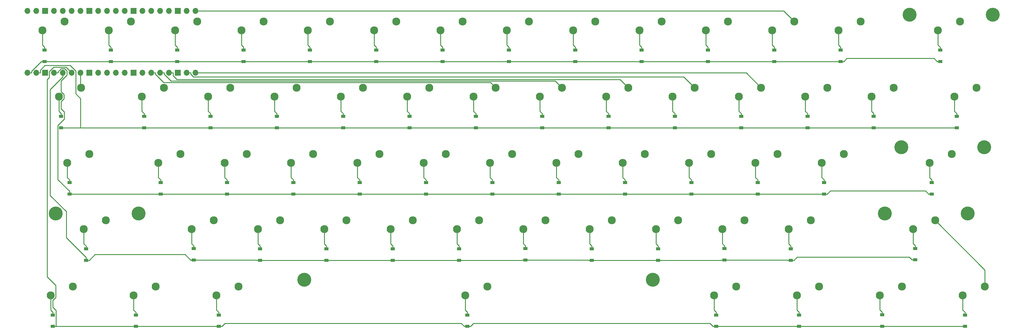
<source format=gbr>
%TF.GenerationSoftware,KiCad,Pcbnew,6.0.6-3a73a75311~116~ubuntu21.10.1*%
%TF.CreationDate,2022-10-26T18:33:10+02:00*%
%TF.ProjectId,Keyboard,4b657962-6f61-4726-942e-6b696361645f,rev?*%
%TF.SameCoordinates,Original*%
%TF.FileFunction,Copper,L2,Bot*%
%TF.FilePolarity,Positive*%
%FSLAX46Y46*%
G04 Gerber Fmt 4.6, Leading zero omitted, Abs format (unit mm)*
G04 Created by KiCad (PCBNEW 6.0.6-3a73a75311~116~ubuntu21.10.1) date 2022-10-26 18:33:10*
%MOMM*%
%LPD*%
G01*
G04 APERTURE LIST*
%TA.AperFunction,ComponentPad*%
%ADD10C,2.300000*%
%TD*%
%TA.AperFunction,ComponentPad*%
%ADD11O,1.700000X1.700000*%
%TD*%
%TA.AperFunction,ComponentPad*%
%ADD12R,1.700000X1.700000*%
%TD*%
%TA.AperFunction,ComponentPad*%
%ADD13C,4.000000*%
%TD*%
%TA.AperFunction,SMDPad,CuDef*%
%ADD14R,1.200000X0.900000*%
%TD*%
%TA.AperFunction,Conductor*%
%ADD15C,0.250000*%
%TD*%
G04 APERTURE END LIST*
D10*
%TO.P,SW9,1,1*%
%TO.N,Net-(D9-Pad2)*%
X232564900Y-62863300D03*
%TO.P,SW9,2,2*%
%TO.N,Col9*%
X238914900Y-60323300D03*
%TD*%
%TO.P,SW33,1,1*%
%TO.N,Net-(D33-Pad2)*%
X170646500Y-100959000D03*
%TO.P,SW33,2,2*%
%TO.N,Col5*%
X176996500Y-98419000D03*
%TD*%
%TO.P,SW4,1,1*%
%TO.N,Net-(D4-Pad2)*%
X137314900Y-62863300D03*
%TO.P,SW4,2,2*%
%TO.N,Col4*%
X143664900Y-60323300D03*
%TD*%
%TO.P,SW30,1,1*%
%TO.N,Net-(D30-Pad2)*%
X113498700Y-100959300D03*
%TO.P,SW30,2,2*%
%TO.N,Col2*%
X119848700Y-98419300D03*
%TD*%
%TO.P,SW42,1,1*%
%TO.N,Net-(D42-Pad2)*%
X92069000Y-120007800D03*
%TO.P,SW42,2,2*%
%TO.N,Col1*%
X98419000Y-117467800D03*
%TD*%
%TO.P,SW25,1,1*%
%TO.N,Net-(D25-Pad2)*%
X280185500Y-81910200D03*
%TO.P,SW25,2,2*%
%TO.N,Col11*%
X286535500Y-79370200D03*
%TD*%
%TO.P,SW28,1,1*%
%TO.N,Net-(D28-Pad2)*%
X342084500Y-81910500D03*
%TO.P,SW28,2,2*%
%TO.N,Col14*%
X348434500Y-79370500D03*
%TD*%
%TO.P,SW49,1,1*%
%TO.N,Net-(D49-Pad2)*%
X237313500Y-120008100D03*
%TO.P,SW49,2,2*%
%TO.N,Col8*%
X243663500Y-117468100D03*
%TD*%
%TO.P,SW12,1,1*%
%TO.N,Net-(D12-Pad2)*%
X289714900Y-62863300D03*
%TO.P,SW12,2,2*%
%TO.N,Col12*%
X296064900Y-60323300D03*
%TD*%
%TO.P,SW20,1,1*%
%TO.N,Net-(D20-Pad2)*%
X184935500Y-81910200D03*
%TO.P,SW20,2,2*%
%TO.N,Col6*%
X191285500Y-79370200D03*
%TD*%
%TO.P,SW11,1,1*%
%TO.N,Net-(D11-Pad2)*%
X270664900Y-62863300D03*
%TO.P,SW11,2,2*%
%TO.N,Col11*%
X277014900Y-60323300D03*
%TD*%
%TO.P,SW40,1,1*%
%TO.N,Net-(D40-Pad2)*%
X303996500Y-100959000D03*
%TO.P,SW40,2,2*%
%TO.N,Col12*%
X310346500Y-98419000D03*
%TD*%
D11*
%TO.P,U1,40,VBUS*%
%TO.N,unconnected-(U1-Pad40)*%
X75851000Y-57305400D03*
%TO.P,U1,39,VSYS*%
%TO.N,unconnected-(U1-Pad39)*%
X78391000Y-57305400D03*
D12*
%TO.P,U1,38,GND*%
%TO.N,unconnected-(U1-Pad38)*%
X80931000Y-57305400D03*
D11*
%TO.P,U1,37,3V3_EN*%
%TO.N,unconnected-(U1-Pad37)*%
X83471000Y-57305400D03*
%TO.P,U1,36,3V3*%
%TO.N,unconnected-(U1-Pad36)*%
X86011000Y-57305400D03*
%TO.P,U1,35,ADC_VREF*%
%TO.N,unconnected-(U1-Pad35)*%
X88551000Y-57305400D03*
%TO.P,U1,34,GPIO28_ADC2*%
%TO.N,unconnected-(U1-Pad34)*%
X91091000Y-57305400D03*
D12*
%TO.P,U1,33,AGND*%
%TO.N,unconnected-(U1-Pad33)*%
X93631000Y-57305400D03*
D11*
%TO.P,U1,32,GPIO27_ADC1*%
%TO.N,unconnected-(U1-Pad32)*%
X96171000Y-57305400D03*
%TO.P,U1,31,GPIO26_ADC0*%
%TO.N,unconnected-(U1-Pad31)*%
X98711000Y-57305400D03*
%TO.P,U1,30,RUN*%
%TO.N,unconnected-(U1-Pad30)*%
X101251000Y-57305400D03*
%TO.P,U1,29,GPIO22*%
%TO.N,unconnected-(U1-Pad29)*%
X103791000Y-57305400D03*
D12*
%TO.P,U1,28,GND*%
%TO.N,unconnected-(U1-Pad28)*%
X106331000Y-57305400D03*
D11*
%TO.P,U1,27,GPIO21*%
%TO.N,unconnected-(U1-Pad27)*%
X108871000Y-57305400D03*
%TO.P,U1,26,GPIO20*%
%TO.N,unconnected-(U1-Pad26)*%
X111411000Y-57305400D03*
%TO.P,U1,25,GPIO19*%
%TO.N,Col15*%
X113951000Y-57305400D03*
%TO.P,U1,24,GPIO18*%
%TO.N,Col14*%
X116491000Y-57305400D03*
D12*
%TO.P,U1,23,GND*%
%TO.N,unconnected-(U1-Pad23)*%
X119031000Y-57305400D03*
D11*
%TO.P,U1,22,GPIO17*%
%TO.N,Col13*%
X121571000Y-57305400D03*
%TO.P,U1,21,GPIO16*%
%TO.N,Col12*%
X124111000Y-57305400D03*
%TO.P,U1,20,GPIO15*%
%TO.N,Col11*%
X124111000Y-75085400D03*
%TO.P,U1,19,GPIO14*%
%TO.N,Col10*%
X121571000Y-75085400D03*
D12*
%TO.P,U1,18,GND*%
%TO.N,unconnected-(U1-Pad18)*%
X119031000Y-75085400D03*
D11*
%TO.P,U1,17,GPIO13*%
%TO.N,Col9*%
X116491000Y-75085400D03*
%TO.P,U1,16,GPIO12*%
%TO.N,Col8*%
X113951000Y-75085400D03*
%TO.P,U1,15,GPIO11*%
%TO.N,Col7*%
X111411000Y-75085400D03*
%TO.P,U1,14,GPIO10*%
%TO.N,Col6*%
X108871000Y-75085400D03*
D12*
%TO.P,U1,13,GND*%
%TO.N,unconnected-(U1-Pad13)*%
X106331000Y-75085400D03*
D11*
%TO.P,U1,12,GPIO9*%
%TO.N,Col5*%
X103791000Y-75085400D03*
%TO.P,U1,11,GPIO8*%
%TO.N,Col4*%
X101251000Y-75085400D03*
%TO.P,U1,10,GPIO7*%
%TO.N,Col3*%
X98711000Y-75085400D03*
%TO.P,U1,9,GPIO6*%
%TO.N,Col2*%
X96171000Y-75085400D03*
D12*
%TO.P,U1,8,GND*%
%TO.N,unconnected-(U1-Pad8)*%
X93631000Y-75085400D03*
D11*
%TO.P,U1,7,GPIO5*%
%TO.N,Col1*%
X91091000Y-75085400D03*
%TO.P,U1,6,GPIO4*%
%TO.N,Row5*%
X88551000Y-75085400D03*
%TO.P,U1,5,GPIO3*%
%TO.N,Row4*%
X86011000Y-75085400D03*
%TO.P,U1,4,GPIO2*%
%TO.N,Row3*%
X83471000Y-75085400D03*
D12*
%TO.P,U1,3,GND*%
%TO.N,unconnected-(U1-Pad3)*%
X80931000Y-75085400D03*
D11*
%TO.P,U1,2,GPIO1*%
%TO.N,Row2*%
X78391000Y-75085400D03*
%TO.P,U1,1,GPIO0*%
%TO.N,Row1*%
X75851000Y-75085400D03*
%TD*%
D10*
%TO.P,SW23,1,1*%
%TO.N,Net-(D23-Pad2)*%
X242085500Y-81910200D03*
%TO.P,SW23,2,2*%
%TO.N,Col9*%
X248435500Y-79370200D03*
%TD*%
%TO.P,SW31,1,1*%
%TO.N,Net-(D31-Pad2)*%
X132547500Y-100959300D03*
%TO.P,SW31,2,2*%
%TO.N,Col3*%
X138897500Y-98419300D03*
%TD*%
%TO.P,SW50,1,1*%
%TO.N,Net-(D50-Pad2)*%
X256363500Y-120008100D03*
%TO.P,SW50,2,2*%
%TO.N,Col9*%
X262713500Y-117468100D03*
%TD*%
%TO.P,SW51,1,1*%
%TO.N,Net-(D51-Pad2)*%
X275413500Y-120008100D03*
%TO.P,SW51,2,2*%
%TO.N,Col10*%
X281763500Y-117468100D03*
%TD*%
%TO.P,SW17,1,1*%
%TO.N,Net-(D17-Pad2)*%
X127785500Y-81910200D03*
%TO.P,SW17,2,2*%
%TO.N,Col3*%
X134135500Y-79370200D03*
%TD*%
%TO.P,SW38,1,1*%
%TO.N,Net-(D38-Pad2)*%
X265896500Y-100959000D03*
%TO.P,SW38,2,2*%
%TO.N,Col10*%
X272246500Y-98419000D03*
%TD*%
%TO.P,SW37,1,1*%
%TO.N,Net-(D37-Pad2)*%
X246846500Y-100959000D03*
%TO.P,SW37,2,2*%
%TO.N,Col9*%
X253196500Y-98419000D03*
%TD*%
%TO.P,SW55,1,1*%
%TO.N,Net-(D55-Pad2)*%
X106355400Y-139056900D03*
%TO.P,SW55,2,2*%
%TO.N,Col2*%
X112705400Y-136516900D03*
%TD*%
%TO.P,SW14,1,1*%
%TO.N,Net-(D14-Pad2)*%
X337339900Y-62863300D03*
%TO.P,SW14,2,2*%
%TO.N,Col14*%
X343689900Y-60323300D03*
%TD*%
%TO.P,SW13,1,1*%
%TO.N,Net-(D13-Pad2)*%
X308764900Y-62863300D03*
%TO.P,SW13,2,2*%
%TO.N,Col13*%
X315114900Y-60323300D03*
%TD*%
%TO.P,SW27,1,1*%
%TO.N,Net-(D27-Pad2)*%
X318273500Y-81910200D03*
%TO.P,SW27,2,2*%
%TO.N,Col13*%
X324623500Y-79370200D03*
%TD*%
%TO.P,SW16,1,1*%
%TO.N,Net-(D16-Pad2)*%
X108736500Y-81910500D03*
%TO.P,SW16,2,2*%
%TO.N,Col2*%
X115086500Y-79370500D03*
%TD*%
%TO.P,SW44,1,1*%
%TO.N,Net-(D44-Pad2)*%
X142072100Y-120007800D03*
%TO.P,SW44,2,2*%
%TO.N,Col3*%
X148422100Y-117467800D03*
%TD*%
%TO.P,SW43,1,1*%
%TO.N,Net-(D43-Pad2)*%
X123023100Y-120008100D03*
%TO.P,SW43,2,2*%
%TO.N,Col2*%
X129373100Y-117468100D03*
%TD*%
%TO.P,SW32,1,1*%
%TO.N,Net-(D32-Pad2)*%
X151596500Y-100959000D03*
%TO.P,SW32,2,2*%
%TO.N,Col4*%
X157946500Y-98419000D03*
%TD*%
%TO.P,SW24,1,1*%
%TO.N,Net-(D24-Pad2)*%
X261135500Y-81910200D03*
%TO.P,SW24,2,2*%
%TO.N,Col10*%
X267485500Y-79370200D03*
%TD*%
%TO.P,SW46,1,1*%
%TO.N,Net-(D46-Pad2)*%
X180163500Y-120008100D03*
%TO.P,SW46,2,2*%
%TO.N,Col5*%
X186513500Y-117468100D03*
%TD*%
%TO.P,SW52,1,1*%
%TO.N,Net-(D52-Pad2)*%
X294462300Y-120008100D03*
%TO.P,SW52,2,2*%
%TO.N,Col11*%
X300812300Y-117468100D03*
%TD*%
%TO.P,SW39,1,1*%
%TO.N,Net-(D39-Pad2)*%
X284946500Y-100959000D03*
%TO.P,SW39,2,2*%
%TO.N,Col11*%
X291296500Y-98419000D03*
%TD*%
%TO.P,SW15,1,1*%
%TO.N,Net-(D15-Pad2)*%
X84925500Y-81910500D03*
%TO.P,SW15,2,2*%
%TO.N,Col1*%
X91275500Y-79370500D03*
%TD*%
%TO.P,SW21,1,1*%
%TO.N,Net-(D21-Pad2)*%
X203985500Y-81910200D03*
%TO.P,SW21,2,2*%
%TO.N,Col7*%
X210335500Y-79370200D03*
%TD*%
%TO.P,SW8,1,1*%
%TO.N,Net-(D8-Pad2)*%
X213514900Y-62863300D03*
%TO.P,SW8,2,2*%
%TO.N,Col8*%
X219864900Y-60323300D03*
%TD*%
%TO.P,SW3,1,1*%
%TO.N,Net-(D3-Pad2)*%
X118264900Y-62863300D03*
%TO.P,SW3,2,2*%
%TO.N,Col3*%
X124614900Y-60323300D03*
%TD*%
%TO.P,SW29,1,1*%
%TO.N,Net-(D29-Pad2)*%
X87305100Y-100959300D03*
%TO.P,SW29,2,2*%
%TO.N,Col1*%
X93655100Y-98419300D03*
%TD*%
%TO.P,SW58,1,1*%
%TO.N,Net-(D58-Pad2)*%
X273032400Y-139056900D03*
%TO.P,SW58,2,2*%
%TO.N,Col9*%
X279382400Y-136516900D03*
%TD*%
%TO.P,SW53,1,1*%
%TO.N,Net-(D53-Pad2)*%
X330178800Y-120008100D03*
%TO.P,SW53,2,2*%
%TO.N,Col12*%
X336528800Y-117468100D03*
%TD*%
D13*
%TO.P,STAB4,*%
%TO.N,*%
X345895050Y-115563100D03*
X322082550Y-115563100D03*
%TD*%
D10*
%TO.P,SW61,1,1*%
%TO.N,Net-(D61-Pad2)*%
X344465400Y-139056900D03*
%TO.P,SW61,2,2*%
%TO.N,Col12*%
X350815400Y-136516900D03*
%TD*%
%TO.P,SW60,1,1*%
%TO.N,Net-(D60-Pad2)*%
X320654400Y-139056900D03*
%TO.P,SW60,2,2*%
%TO.N,Col11*%
X327004400Y-136516900D03*
%TD*%
%TO.P,SW18,1,1*%
%TO.N,Net-(D18-Pad2)*%
X146835500Y-81910200D03*
%TO.P,SW18,2,2*%
%TO.N,Col4*%
X153185500Y-79370200D03*
%TD*%
%TO.P,SW26,1,1*%
%TO.N,Net-(D26-Pad2)*%
X299235500Y-81910200D03*
%TO.P,SW26,2,2*%
%TO.N,Col12*%
X305585500Y-79370200D03*
%TD*%
D13*
%TO.P,STAB1,*%
%TO.N,*%
X353038350Y-58416700D03*
X329225850Y-58416700D03*
%TD*%
D10*
%TO.P,SW54,1,1*%
%TO.N,Net-(D54-Pad2)*%
X82544600Y-139056600D03*
%TO.P,SW54,2,2*%
%TO.N,Col1*%
X88894600Y-136516600D03*
%TD*%
%TO.P,SW2,1,1*%
%TO.N,Net-(D2-Pad2)*%
X99214900Y-62863300D03*
%TO.P,SW2,2,2*%
%TO.N,Col2*%
X105564900Y-60323300D03*
%TD*%
%TO.P,SW36,1,1*%
%TO.N,Net-(D36-Pad2)*%
X227796500Y-100959000D03*
%TO.P,SW36,2,2*%
%TO.N,Col8*%
X234146500Y-98419000D03*
%TD*%
%TO.P,SW5,1,1*%
%TO.N,Net-(D5-Pad2)*%
X156364900Y-62863300D03*
%TO.P,SW5,2,2*%
%TO.N,Col5*%
X162714900Y-60323300D03*
%TD*%
%TO.P,SW57,1,1*%
%TO.N,Net-(D57-Pad2)*%
X201599400Y-139056900D03*
%TO.P,SW57,2,2*%
%TO.N,Col4*%
X207949400Y-136516900D03*
%TD*%
%TO.P,SW35,1,1*%
%TO.N,Net-(D35-Pad2)*%
X208746500Y-100959000D03*
%TO.P,SW35,2,2*%
%TO.N,Col7*%
X215096500Y-98419000D03*
%TD*%
%TO.P,SW19,1,1*%
%TO.N,Net-(D19-Pad2)*%
X165885500Y-81910200D03*
%TO.P,SW19,2,2*%
%TO.N,Col5*%
X172235500Y-79370200D03*
%TD*%
%TO.P,SW59,1,1*%
%TO.N,Net-(D59-Pad2)*%
X296842100Y-139056600D03*
%TO.P,SW59,2,2*%
%TO.N,Col10*%
X303192100Y-136516600D03*
%TD*%
%TO.P,SW48,1,1*%
%TO.N,Net-(D48-Pad2)*%
X218263500Y-120008100D03*
%TO.P,SW48,2,2*%
%TO.N,Col7*%
X224613500Y-117468100D03*
%TD*%
%TO.P,SW10,1,1*%
%TO.N,Net-(D10-Pad2)*%
X251614900Y-62863300D03*
%TO.P,SW10,2,2*%
%TO.N,Col10*%
X257964900Y-60323300D03*
%TD*%
%TO.P,SW22,1,1*%
%TO.N,Net-(D22-Pad2)*%
X223035500Y-81910200D03*
%TO.P,SW22,2,2*%
%TO.N,Col8*%
X229385500Y-79370200D03*
%TD*%
D13*
%TO.P,STAB3,*%
%TO.N,*%
X107785050Y-115563100D03*
X83972550Y-115563100D03*
%TD*%
D10*
%TO.P,SW34,1,1*%
%TO.N,Net-(D34-Pad2)*%
X189696500Y-100959000D03*
%TO.P,SW34,2,2*%
%TO.N,Col6*%
X196046500Y-98419000D03*
%TD*%
D13*
%TO.P,STAB2,*%
%TO.N,*%
X350657250Y-96514300D03*
X326844750Y-96514300D03*
%TD*%
D10*
%TO.P,SW45,1,1*%
%TO.N,Net-(D45-Pad2)*%
X161120700Y-120008100D03*
%TO.P,SW45,2,2*%
%TO.N,Col4*%
X167470700Y-117468100D03*
%TD*%
%TO.P,SW7,1,1*%
%TO.N,Net-(D7-Pad2)*%
X194464900Y-62863300D03*
%TO.P,SW7,2,2*%
%TO.N,Col7*%
X200814900Y-60323300D03*
%TD*%
D13*
%TO.P,REF\u002A\u002A,*%
%TO.N,*%
X255415650Y-134611900D03*
X155403150Y-134611900D03*
%TD*%
D10*
%TO.P,SW41,1,1*%
%TO.N,Net-(D41-Pad2)*%
X334941000Y-100959300D03*
%TO.P,SW41,2,2*%
%TO.N,Col13*%
X341291000Y-98419300D03*
%TD*%
%TO.P,SW1,1,1*%
%TO.N,Net-(D1-Pad2)*%
X80164900Y-62863300D03*
%TO.P,SW1,2,2*%
%TO.N,Col1*%
X86514900Y-60323300D03*
%TD*%
%TO.P,SW6,1,1*%
%TO.N,Net-(D6-Pad2)*%
X175414900Y-62863300D03*
%TO.P,SW6,2,2*%
%TO.N,Col6*%
X181764900Y-60323300D03*
%TD*%
%TO.P,SW47,1,1*%
%TO.N,Net-(D47-Pad2)*%
X199213500Y-120008100D03*
%TO.P,SW47,2,2*%
%TO.N,Col6*%
X205563500Y-117468100D03*
%TD*%
%TO.P,SW56,1,1*%
%TO.N,Net-(D56-Pad2)*%
X130166400Y-139056900D03*
%TO.P,SW56,2,2*%
%TO.N,Col3*%
X136516400Y-136516900D03*
%TD*%
D14*
%TO.P,D61,1,K*%
%TO.N,Row5*%
X345100400Y-148009400D03*
%TO.P,D61,2,A*%
%TO.N,Net-(D61-Pad2)*%
X345100400Y-144709400D03*
%TD*%
%TO.P,D19,1,K*%
%TO.N,Row2*%
X166520500Y-90862700D03*
%TO.P,D19,2,A*%
%TO.N,Net-(D19-Pad2)*%
X166520500Y-87562700D03*
%TD*%
%TO.P,D5,1,K*%
%TO.N,Row1*%
X156999900Y-71815800D03*
%TO.P,D5,2,A*%
%TO.N,Net-(D5-Pad2)*%
X156999900Y-68515800D03*
%TD*%
%TO.P,D16,1,K*%
%TO.N,Row2*%
X109371500Y-90863000D03*
%TO.P,D16,2,A*%
%TO.N,Net-(D16-Pad2)*%
X109371500Y-87563000D03*
%TD*%
%TO.P,D52,1,K*%
%TO.N,Row4*%
X295097300Y-128960600D03*
%TO.P,D52,2,A*%
%TO.N,Net-(D52-Pad2)*%
X295097300Y-125660600D03*
%TD*%
%TO.P,D8,1,K*%
%TO.N,Row1*%
X214149900Y-71815800D03*
%TO.P,D8,2,A*%
%TO.N,Net-(D8-Pad2)*%
X214149900Y-68515800D03*
%TD*%
%TO.P,D44,1,K*%
%TO.N,Row4*%
X142707100Y-128960300D03*
%TO.P,D44,2,A*%
%TO.N,Net-(D44-Pad2)*%
X142707100Y-125660300D03*
%TD*%
%TO.P,D22,1,K*%
%TO.N,Row2*%
X223670500Y-90862700D03*
%TO.P,D22,2,A*%
%TO.N,Net-(D22-Pad2)*%
X223670500Y-87562700D03*
%TD*%
%TO.P,D42,1,K*%
%TO.N,Row4*%
X92704000Y-128960300D03*
%TO.P,D42,2,A*%
%TO.N,Net-(D42-Pad2)*%
X92704000Y-125660300D03*
%TD*%
%TO.P,D25,1,K*%
%TO.N,Row2*%
X280820500Y-90862700D03*
%TO.P,D25,2,A*%
%TO.N,Net-(D25-Pad2)*%
X280820500Y-87562700D03*
%TD*%
%TO.P,D24,1,K*%
%TO.N,Row2*%
X261770500Y-90862700D03*
%TO.P,D24,2,A*%
%TO.N,Net-(D24-Pad2)*%
X261770500Y-87562700D03*
%TD*%
%TO.P,D50,1,K*%
%TO.N,Row4*%
X256998500Y-128960600D03*
%TO.P,D50,2,A*%
%TO.N,Net-(D50-Pad2)*%
X256998500Y-125660600D03*
%TD*%
%TO.P,D45,1,K*%
%TO.N,Row4*%
X161755700Y-128960600D03*
%TO.P,D45,2,A*%
%TO.N,Net-(D45-Pad2)*%
X161755700Y-125660600D03*
%TD*%
%TO.P,D34,1,K*%
%TO.N,Row3*%
X190331500Y-109911500D03*
%TO.P,D34,2,A*%
%TO.N,Net-(D34-Pad2)*%
X190331500Y-106611500D03*
%TD*%
%TO.P,D41,1,K*%
%TO.N,Row3*%
X335576200Y-109911500D03*
%TO.P,D41,2,A*%
%TO.N,Net-(D41-Pad2)*%
X335576200Y-106611500D03*
%TD*%
%TO.P,D18,1,K*%
%TO.N,Row2*%
X147470500Y-90862700D03*
%TO.P,D18,2,A*%
%TO.N,Net-(D18-Pad2)*%
X147470500Y-87562700D03*
%TD*%
%TO.P,D2,1,K*%
%TO.N,Row1*%
X99849900Y-71815800D03*
%TO.P,D2,2,A*%
%TO.N,Net-(D2-Pad2)*%
X99849900Y-68515800D03*
%TD*%
%TO.P,D3,1,K*%
%TO.N,Row1*%
X118899900Y-71815800D03*
%TO.P,D3,2,A*%
%TO.N,Net-(D3-Pad2)*%
X118899900Y-68515800D03*
%TD*%
%TO.P,D55,1,K*%
%TO.N,Row5*%
X106990400Y-148009400D03*
%TO.P,D55,2,A*%
%TO.N,Net-(D55-Pad2)*%
X106990400Y-144709400D03*
%TD*%
%TO.P,D11,1,K*%
%TO.N,Row1*%
X271299900Y-71815800D03*
%TO.P,D11,2,A*%
%TO.N,Net-(D11-Pad2)*%
X271299900Y-68515800D03*
%TD*%
%TO.P,D13,1,K*%
%TO.N,Row1*%
X309399900Y-71815800D03*
%TO.P,D13,2,A*%
%TO.N,Net-(D13-Pad2)*%
X309399900Y-68515800D03*
%TD*%
%TO.P,D15,1,K*%
%TO.N,Row2*%
X85560500Y-90863000D03*
%TO.P,D15,2,A*%
%TO.N,Net-(D15-Pad2)*%
X85560500Y-87563000D03*
%TD*%
%TO.P,D49,1,K*%
%TO.N,Row4*%
X237948500Y-128960600D03*
%TO.P,D49,2,A*%
%TO.N,Net-(D49-Pad2)*%
X237948500Y-125660600D03*
%TD*%
%TO.P,D31,1,K*%
%TO.N,Row3*%
X133182500Y-109911800D03*
%TO.P,D31,2,A*%
%TO.N,Net-(D31-Pad2)*%
X133182500Y-106611800D03*
%TD*%
%TO.P,D38,1,K*%
%TO.N,Row3*%
X266531500Y-109911500D03*
%TO.P,D38,2,A*%
%TO.N,Net-(D38-Pad2)*%
X266531500Y-106611500D03*
%TD*%
%TO.P,D26,1,K*%
%TO.N,Row2*%
X299870500Y-90862700D03*
%TO.P,D26,2,A*%
%TO.N,Net-(D26-Pad2)*%
X299870500Y-87562700D03*
%TD*%
%TO.P,D46,1,K*%
%TO.N,Row4*%
X180798500Y-128960600D03*
%TO.P,D46,2,A*%
%TO.N,Net-(D46-Pad2)*%
X180798500Y-125660600D03*
%TD*%
%TO.P,D35,1,K*%
%TO.N,Row3*%
X209381500Y-109911500D03*
%TO.P,D35,2,A*%
%TO.N,Net-(D35-Pad2)*%
X209381500Y-106611500D03*
%TD*%
%TO.P,D17,1,K*%
%TO.N,Row2*%
X128420500Y-90862700D03*
%TO.P,D17,2,A*%
%TO.N,Net-(D17-Pad2)*%
X128420500Y-87562700D03*
%TD*%
%TO.P,D10,1,K*%
%TO.N,Row1*%
X252249900Y-71815800D03*
%TO.P,D10,2,A*%
%TO.N,Net-(D10-Pad2)*%
X252249900Y-68515800D03*
%TD*%
%TO.P,D20,1,K*%
%TO.N,Row2*%
X185570500Y-90862700D03*
%TO.P,D20,2,A*%
%TO.N,Net-(D20-Pad2)*%
X185570500Y-87562700D03*
%TD*%
%TO.P,D21,1,K*%
%TO.N,Row2*%
X204620500Y-90862700D03*
%TO.P,D21,2,A*%
%TO.N,Net-(D21-Pad2)*%
X204620500Y-87562700D03*
%TD*%
%TO.P,D1,1,K*%
%TO.N,Row1*%
X80799900Y-71815800D03*
%TO.P,D1,2,A*%
%TO.N,Net-(D1-Pad2)*%
X80799900Y-68515800D03*
%TD*%
%TO.P,D27,1,K*%
%TO.N,Row2*%
X318908500Y-90862700D03*
%TO.P,D27,2,A*%
%TO.N,Net-(D27-Pad2)*%
X318908500Y-87562700D03*
%TD*%
%TO.P,D48,1,K*%
%TO.N,Row4*%
X218898500Y-128898100D03*
%TO.P,D48,2,A*%
%TO.N,Net-(D48-Pad2)*%
X218898500Y-125598100D03*
%TD*%
%TO.P,D23,1,K*%
%TO.N,Row2*%
X242720500Y-90862700D03*
%TO.P,D23,2,A*%
%TO.N,Net-(D23-Pad2)*%
X242720500Y-87562700D03*
%TD*%
%TO.P,D56,1,K*%
%TO.N,Row5*%
X130801400Y-148009400D03*
%TO.P,D56,2,A*%
%TO.N,Net-(D56-Pad2)*%
X130801400Y-144709400D03*
%TD*%
%TO.P,D28,1,K*%
%TO.N,Row2*%
X342719500Y-90862700D03*
%TO.P,D28,2,A*%
%TO.N,Net-(D28-Pad2)*%
X342719500Y-87562700D03*
%TD*%
%TO.P,D6,1,K*%
%TO.N,Row1*%
X176049900Y-71815800D03*
%TO.P,D6,2,A*%
%TO.N,Net-(D6-Pad2)*%
X176049900Y-68515800D03*
%TD*%
%TO.P,D33,1,K*%
%TO.N,Row3*%
X171281500Y-109911500D03*
%TO.P,D33,2,A*%
%TO.N,Net-(D33-Pad2)*%
X171281500Y-106611500D03*
%TD*%
%TO.P,D40,1,K*%
%TO.N,Row3*%
X304631500Y-109911500D03*
%TO.P,D40,2,A*%
%TO.N,Net-(D40-Pad2)*%
X304631500Y-106611500D03*
%TD*%
%TO.P,D54,1,K*%
%TO.N,Row5*%
X83179600Y-148009100D03*
%TO.P,D54,2,A*%
%TO.N,Net-(D54-Pad2)*%
X83179600Y-144709100D03*
%TD*%
%TO.P,D39,1,K*%
%TO.N,Row3*%
X285581500Y-109911500D03*
%TO.P,D39,2,A*%
%TO.N,Net-(D39-Pad2)*%
X285581500Y-106611500D03*
%TD*%
%TO.P,D29,1,K*%
%TO.N,Row3*%
X87940100Y-109911800D03*
%TO.P,D29,2,A*%
%TO.N,Net-(D29-Pad2)*%
X87940100Y-106611800D03*
%TD*%
%TO.P,D60,1,K*%
%TO.N,Row5*%
X321289400Y-147946900D03*
%TO.P,D60,2,A*%
%TO.N,Net-(D60-Pad2)*%
X321289400Y-144646900D03*
%TD*%
%TO.P,D37,1,K*%
%TO.N,Row3*%
X247481500Y-109911500D03*
%TO.P,D37,2,A*%
%TO.N,Net-(D37-Pad2)*%
X247481500Y-106611500D03*
%TD*%
%TO.P,D4,1,K*%
%TO.N,Row1*%
X137949900Y-71815800D03*
%TO.P,D4,2,A*%
%TO.N,Net-(D4-Pad2)*%
X137949900Y-68515800D03*
%TD*%
%TO.P,D14,1,K*%
%TO.N,Row1*%
X337974900Y-71815800D03*
%TO.P,D14,2,A*%
%TO.N,Net-(D14-Pad2)*%
X337974900Y-68515800D03*
%TD*%
%TO.P,D47,1,K*%
%TO.N,Row4*%
X199848500Y-128960600D03*
%TO.P,D47,2,A*%
%TO.N,Net-(D47-Pad2)*%
X199848500Y-125660600D03*
%TD*%
%TO.P,D12,1,K*%
%TO.N,Row1*%
X290349900Y-71815800D03*
%TO.P,D12,2,A*%
%TO.N,Net-(D12-Pad2)*%
X290349900Y-68515800D03*
%TD*%
%TO.P,D57,1,K*%
%TO.N,Row5*%
X202234400Y-148009400D03*
%TO.P,D57,2,A*%
%TO.N,Net-(D57-Pad2)*%
X202234400Y-144709400D03*
%TD*%
%TO.P,D59,1,K*%
%TO.N,Row5*%
X297477100Y-148009100D03*
%TO.P,D59,2,A*%
%TO.N,Net-(D59-Pad2)*%
X297477100Y-144709100D03*
%TD*%
%TO.P,D30,1,K*%
%TO.N,Row3*%
X114133700Y-109911800D03*
%TO.P,D30,2,A*%
%TO.N,Net-(D30-Pad2)*%
X114133700Y-106611800D03*
%TD*%
%TO.P,D53,1,K*%
%TO.N,Row4*%
X330821400Y-128873800D03*
%TO.P,D53,2,A*%
%TO.N,Net-(D53-Pad2)*%
X330821400Y-125573800D03*
%TD*%
%TO.P,D9,1,K*%
%TO.N,Row1*%
X233199900Y-71815800D03*
%TO.P,D9,2,A*%
%TO.N,Net-(D9-Pad2)*%
X233199900Y-68515800D03*
%TD*%
%TO.P,D51,1,K*%
%TO.N,Row4*%
X276048500Y-128898100D03*
%TO.P,D51,2,A*%
%TO.N,Net-(D51-Pad2)*%
X276048500Y-125598100D03*
%TD*%
%TO.P,D58,1,K*%
%TO.N,Row5*%
X273667400Y-148009400D03*
%TO.P,D58,2,A*%
%TO.N,Net-(D58-Pad2)*%
X273667400Y-144709400D03*
%TD*%
%TO.P,D36,1,K*%
%TO.N,Row3*%
X228431500Y-109911500D03*
%TO.P,D36,2,A*%
%TO.N,Net-(D36-Pad2)*%
X228431500Y-106611500D03*
%TD*%
%TO.P,D7,1,K*%
%TO.N,Row1*%
X195099900Y-71815800D03*
%TO.P,D7,2,A*%
%TO.N,Net-(D7-Pad2)*%
X195099900Y-68515800D03*
%TD*%
%TO.P,D43,1,K*%
%TO.N,Row4*%
X123658100Y-128898100D03*
%TO.P,D43,2,A*%
%TO.N,Net-(D43-Pad2)*%
X123658100Y-125598100D03*
%TD*%
%TO.P,D32,1,K*%
%TO.N,Row3*%
X152231500Y-109911500D03*
%TO.P,D32,2,A*%
%TO.N,Net-(D32-Pad2)*%
X152231500Y-106611500D03*
%TD*%
D15*
%TO.N,Row5*%
X88551000Y-75085400D02*
X86925400Y-73459800D01*
X86925400Y-73459800D02*
X83369300Y-73459800D01*
X83369300Y-73459800D02*
X82106400Y-74722700D01*
X82106400Y-74722700D02*
X82106400Y-76465400D01*
X82106400Y-76465400D02*
X81584800Y-76987000D01*
X81584800Y-76987000D02*
X81584800Y-133771800D01*
X81584800Y-133771800D02*
X84019600Y-136206600D01*
X84019600Y-136206600D02*
X84019600Y-139667566D01*
X84019600Y-139667566D02*
X83179600Y-140507566D01*
X83179600Y-140507566D02*
X83179600Y-142503500D01*
X84105000Y-143428900D02*
X84105000Y-148009100D01*
X83179600Y-142503500D02*
X84105000Y-143428900D01*
%TO.N,Row3*%
X86400500Y-81299534D02*
X85560700Y-80459734D01*
X86540200Y-73910100D02*
X85520300Y-73910100D01*
X87226300Y-75770300D02*
X87226300Y-74596200D01*
X87940100Y-109136500D02*
X84599000Y-105795400D01*
X84646300Y-74784100D02*
X84646300Y-75085400D01*
X86400500Y-82521466D02*
X86400500Y-81299534D01*
X85560700Y-83361266D02*
X86400500Y-82521466D01*
X86498600Y-88349900D02*
X86498600Y-86295500D01*
X84599000Y-90249500D02*
X86498600Y-88349900D01*
X85560700Y-77435900D02*
X87226300Y-75770300D01*
X84599000Y-105795400D02*
X84599000Y-90249500D01*
X85560700Y-85357600D02*
X85560700Y-83361266D01*
X86498600Y-86295500D02*
X85560700Y-85357600D01*
X85560700Y-80459734D02*
X85560700Y-77435900D01*
X87940100Y-109911800D02*
X87940100Y-109136500D01*
X87226300Y-74596200D02*
X86540200Y-73910100D01*
X85520300Y-73910100D02*
X84646300Y-74784100D01*
X84646300Y-75085400D02*
X83471000Y-75085400D01*
%TO.N,Row4*%
X92704000Y-128960300D02*
X92704000Y-128185000D01*
X92704000Y-128185000D02*
X87014700Y-122495700D01*
X87014700Y-122495700D02*
X87014700Y-114964600D01*
X87014700Y-114964600D02*
X82385900Y-110335800D01*
X82385900Y-110335800D02*
X82385900Y-79885800D01*
X82385900Y-79885800D02*
X86011000Y-76260700D01*
X86011000Y-76260700D02*
X86011000Y-75085400D01*
%TO.N,Row1*%
X337974900Y-71815800D02*
X337049600Y-71815800D01*
X337049600Y-71815800D02*
X336191400Y-70957600D01*
X336191400Y-70957600D02*
X311183400Y-70957600D01*
X311183400Y-70957600D02*
X310325200Y-71815800D01*
X310325200Y-71815800D02*
X309399900Y-71815800D01*
%TO.N,Row3*%
X304631500Y-109911500D02*
X305556800Y-109911500D01*
X305556800Y-109911500D02*
X306413100Y-109055200D01*
X306413100Y-109055200D02*
X333794600Y-109055200D01*
X333794600Y-109055200D02*
X334650900Y-109911500D01*
X334650900Y-109911500D02*
X335576200Y-109911500D01*
%TO.N,Row4*%
X330821400Y-128873800D02*
X329896100Y-128873800D01*
X296022600Y-128960600D02*
X295097300Y-128960600D01*
X329896100Y-128873800D02*
X329126300Y-128104000D01*
X329126300Y-128104000D02*
X296879200Y-128104000D01*
X296879200Y-128104000D02*
X296022600Y-128960600D01*
X123658100Y-128898100D02*
X122732800Y-128898100D01*
X122732800Y-128898100D02*
X121145000Y-127310300D01*
X93629300Y-128960300D02*
X92704000Y-128960300D01*
X121145000Y-127310300D02*
X95279300Y-127310300D01*
X95279300Y-127310300D02*
X93629300Y-128960300D01*
%TO.N,Row5*%
X202234400Y-148009400D02*
X201309100Y-148009400D01*
X201309100Y-148009400D02*
X200452500Y-147152800D01*
X200452500Y-147152800D02*
X132583300Y-147152800D01*
X132583300Y-147152800D02*
X131726700Y-148009400D01*
X131726700Y-148009400D02*
X130801400Y-148009400D01*
X273667400Y-148009400D02*
X272742100Y-148009400D01*
X272742100Y-148009400D02*
X271885500Y-147152800D01*
X204016300Y-147152800D02*
X203159700Y-148009400D01*
X271885500Y-147152800D02*
X204016300Y-147152800D01*
X203159700Y-148009400D02*
X202234400Y-148009400D01*
%TO.N,Col12*%
X350815400Y-131754700D02*
X336528800Y-117468100D01*
X350815400Y-136516900D02*
X350815400Y-131754700D01*
X293047000Y-57305400D02*
X124111000Y-57305400D01*
X296064900Y-60323300D02*
X293047000Y-57305400D01*
%TO.N,Col11*%
X282250700Y-75085400D02*
X286535500Y-79370200D01*
X124111000Y-75085400D02*
X282250700Y-75085400D01*
%TO.N,Col10*%
X122746300Y-75452800D02*
X122746300Y-75085400D01*
X123554200Y-76260700D02*
X122746300Y-75452800D01*
X264376000Y-76260700D02*
X123554200Y-76260700D01*
X267485500Y-79370200D02*
X264376000Y-76260700D01*
X121571000Y-75085400D02*
X122746300Y-75085400D01*
%TO.N,Col9*%
X116491000Y-75085400D02*
X117666300Y-75085400D01*
X246059600Y-76994300D02*
X248435500Y-79370200D01*
X118767100Y-76994300D02*
X246059600Y-76994300D01*
X117666300Y-75893500D02*
X118767100Y-76994300D01*
X117666300Y-75085400D02*
X117666300Y-75893500D01*
%TO.N,Col8*%
X113951000Y-75085400D02*
X115126300Y-75085400D01*
X115126300Y-75452700D02*
X115126300Y-75085400D01*
X117118200Y-77444600D02*
X115126300Y-75452700D01*
X227459900Y-77444600D02*
X117118200Y-77444600D01*
X229385500Y-79370200D02*
X227459900Y-77444600D01*
%TO.N,Col7*%
X112586300Y-75452700D02*
X112586300Y-75085400D01*
X115028500Y-77894900D02*
X112586300Y-75452700D01*
X208860200Y-77894900D02*
X115028500Y-77894900D01*
X210335500Y-79370200D02*
X208860200Y-77894900D01*
X111411000Y-75085400D02*
X112586300Y-75085400D01*
%TO.N,Col1*%
X91091000Y-79186000D02*
X91091000Y-75085400D01*
X91275500Y-79370500D02*
X91091000Y-79186000D01*
%TO.N,Net-(D61-Pad2)*%
X344465400Y-143299100D02*
X344465400Y-139056900D01*
X345100400Y-143934100D02*
X344465400Y-143299100D01*
X345100400Y-144709400D02*
X345100400Y-143934100D01*
%TO.N,Net-(D60-Pad2)*%
X320654400Y-143236600D02*
X320654400Y-139056900D01*
X321289400Y-143871600D02*
X320654400Y-143236600D01*
X321289400Y-144646900D02*
X321289400Y-143871600D01*
%TO.N,Net-(D59-Pad2)*%
X296842100Y-143298800D02*
X296842100Y-139056600D01*
X297477100Y-143933800D02*
X296842100Y-143298800D01*
X297477100Y-144709100D02*
X297477100Y-143933800D01*
%TO.N,Row5*%
X344112600Y-147946900D02*
X344175100Y-148009400D01*
X321289400Y-147946900D02*
X344112600Y-147946900D01*
X345100400Y-148009400D02*
X344175100Y-148009400D01*
X320301900Y-148009100D02*
X320364100Y-147946900D01*
X297477100Y-148009100D02*
X320301900Y-148009100D01*
X321289400Y-147946900D02*
X320364100Y-147946900D01*
X297477100Y-148009100D02*
X296551800Y-148009100D01*
X130801400Y-148009400D02*
X106990400Y-148009400D01*
X83179600Y-148009100D02*
X83992300Y-148009100D01*
X83992300Y-148009100D02*
X84105000Y-148009100D01*
X106064800Y-148009100D02*
X106065100Y-148009400D01*
X84105000Y-148009100D02*
X106064800Y-148009100D01*
X106990400Y-148009400D02*
X106065100Y-148009400D01*
X296551500Y-148009400D02*
X273667400Y-148009400D01*
X296551800Y-148009100D02*
X296551500Y-148009400D01*
%TO.N,Net-(D58-Pad2)*%
X273032400Y-143299100D02*
X273032400Y-139056900D01*
X273667400Y-143934100D02*
X273032400Y-143299100D01*
X273667400Y-144709400D02*
X273667400Y-143934100D01*
%TO.N,Net-(D57-Pad2)*%
X201599400Y-143299100D02*
X201599400Y-139056900D01*
X202234400Y-143934100D02*
X201599400Y-143299100D01*
X202234400Y-144709400D02*
X202234400Y-143934100D01*
%TO.N,Net-(D56-Pad2)*%
X130166400Y-143299100D02*
X130166400Y-139056900D01*
X130801400Y-143934100D02*
X130166400Y-143299100D01*
X130801400Y-144709400D02*
X130801400Y-143934100D01*
%TO.N,Net-(D55-Pad2)*%
X106355400Y-143299100D02*
X106355400Y-139056900D01*
X106990400Y-143934100D02*
X106355400Y-143299100D01*
X106990400Y-144709400D02*
X106990400Y-143934100D01*
%TO.N,Net-(D54-Pad2)*%
X82544600Y-143298800D02*
X82544600Y-139056600D01*
X83179600Y-143933800D02*
X82544600Y-143298800D01*
X83179600Y-144709100D02*
X83179600Y-143933800D01*
%TO.N,Net-(D53-Pad2)*%
X330178800Y-124155900D02*
X330178800Y-120008100D01*
X330821400Y-124798500D02*
X330178800Y-124155900D01*
X330821400Y-125573800D02*
X330821400Y-124798500D01*
%TO.N,Net-(D52-Pad2)*%
X294462300Y-124250300D02*
X294462300Y-120008100D01*
X295097300Y-124885300D02*
X294462300Y-124250300D01*
X295097300Y-125660600D02*
X295097300Y-124885300D01*
%TO.N,Net-(D51-Pad2)*%
X275413500Y-124187800D02*
X275413500Y-120008100D01*
X276048500Y-124822800D02*
X275413500Y-124187800D01*
X276048500Y-125598100D02*
X276048500Y-124822800D01*
%TO.N,Net-(D50-Pad2)*%
X256363500Y-124250300D02*
X256363500Y-120008100D01*
X256998500Y-124885300D02*
X256363500Y-124250300D01*
X256998500Y-125660600D02*
X256998500Y-124885300D01*
%TO.N,Net-(D49-Pad2)*%
X237313500Y-124250300D02*
X237313500Y-120008100D01*
X237948500Y-124885300D02*
X237313500Y-124250300D01*
X237948500Y-125660600D02*
X237948500Y-124885300D01*
%TO.N,Net-(D48-Pad2)*%
X218263500Y-124187800D02*
X218263500Y-120008100D01*
X218898500Y-124822800D02*
X218263500Y-124187800D01*
X218898500Y-125598100D02*
X218898500Y-124822800D01*
%TO.N,Net-(D47-Pad2)*%
X199213500Y-124250300D02*
X199213500Y-120008100D01*
X199848500Y-124885300D02*
X199213500Y-124250300D01*
X199848500Y-125660600D02*
X199848500Y-124885300D01*
%TO.N,Net-(D46-Pad2)*%
X180163500Y-124250300D02*
X180163500Y-120008100D01*
X180798500Y-124885300D02*
X180163500Y-124250300D01*
X180798500Y-125660600D02*
X180798500Y-124885300D01*
%TO.N,Net-(D45-Pad2)*%
X161120700Y-124250300D02*
X161120700Y-120008100D01*
X161755700Y-124885300D02*
X161120700Y-124250300D01*
X161755700Y-125660600D02*
X161755700Y-124885300D01*
%TO.N,Row4*%
X142707100Y-128960300D02*
X141781800Y-128960300D01*
X294109500Y-128898100D02*
X294172000Y-128960600D01*
X276048500Y-128898100D02*
X294109500Y-128898100D01*
X295097300Y-128960600D02*
X294172000Y-128960600D01*
X236960700Y-128898100D02*
X237023200Y-128960600D01*
X218898500Y-128898100D02*
X236960700Y-128898100D01*
X237485900Y-128960600D02*
X237023200Y-128960600D01*
X237485900Y-128960600D02*
X237948500Y-128960600D01*
X180798500Y-128960600D02*
X161755700Y-128960600D01*
X143632700Y-128960600D02*
X143632400Y-128960300D01*
X161755700Y-128960600D02*
X143632700Y-128960600D01*
X142707100Y-128960300D02*
X143632400Y-128960300D01*
X237948500Y-128960600D02*
X256998500Y-128960600D01*
X275060700Y-128960600D02*
X275123200Y-128898100D01*
X256998500Y-128960600D02*
X275060700Y-128960600D01*
X276048500Y-128898100D02*
X275123200Y-128898100D01*
X180798500Y-128960600D02*
X199848500Y-128960600D01*
X217910700Y-128960600D02*
X217973200Y-128898100D01*
X199848500Y-128960600D02*
X217910700Y-128960600D01*
X218898500Y-128898100D02*
X217973200Y-128898100D01*
X141719600Y-128898100D02*
X123658100Y-128898100D01*
X141781800Y-128960300D02*
X141719600Y-128898100D01*
%TO.N,Net-(D44-Pad2)*%
X142072100Y-124250000D02*
X142072100Y-120007800D01*
X142707100Y-124885000D02*
X142072100Y-124250000D01*
X142707100Y-125660300D02*
X142707100Y-124885000D01*
%TO.N,Net-(D43-Pad2)*%
X123023100Y-124187800D02*
X123023100Y-120008100D01*
X123658100Y-124822800D02*
X123023100Y-124187800D01*
X123658100Y-125598100D02*
X123658100Y-124822800D01*
%TO.N,Net-(D42-Pad2)*%
X92069000Y-124250000D02*
X92069000Y-120007800D01*
X92704000Y-124885000D02*
X92069000Y-124250000D01*
X92704000Y-125660300D02*
X92704000Y-124885000D01*
%TO.N,Net-(D41-Pad2)*%
X334941000Y-105201000D02*
X334941000Y-100959300D01*
X335576200Y-105836200D02*
X334941000Y-105201000D01*
X335576200Y-106611500D02*
X335576200Y-105836200D01*
%TO.N,Net-(D40-Pad2)*%
X303996500Y-105201200D02*
X303996500Y-100959000D01*
X304631500Y-105836200D02*
X303996500Y-105201200D01*
X304631500Y-106611500D02*
X304631500Y-105836200D01*
%TO.N,Net-(D39-Pad2)*%
X284946500Y-105201200D02*
X284946500Y-100959000D01*
X285581500Y-105836200D02*
X284946500Y-105201200D01*
X285581500Y-106611500D02*
X285581500Y-105836200D01*
%TO.N,Net-(D38-Pad2)*%
X265896500Y-105201200D02*
X265896500Y-100959000D01*
X266531500Y-105836200D02*
X265896500Y-105201200D01*
X266531500Y-106611500D02*
X266531500Y-105836200D01*
%TO.N,Net-(D37-Pad2)*%
X246846500Y-105201200D02*
X246846500Y-100959000D01*
X247481500Y-105836200D02*
X246846500Y-105201200D01*
X247481500Y-106611500D02*
X247481500Y-105836200D01*
%TO.N,Net-(D36-Pad2)*%
X227796500Y-105201200D02*
X227796500Y-100959000D01*
X228431500Y-105836200D02*
X227796500Y-105201200D01*
X228431500Y-106611500D02*
X228431500Y-105836200D01*
%TO.N,Net-(D35-Pad2)*%
X208746500Y-105201200D02*
X208746500Y-100959000D01*
X209381500Y-105836200D02*
X208746500Y-105201200D01*
X209381500Y-106611500D02*
X209381500Y-105836200D01*
%TO.N,Net-(D34-Pad2)*%
X189696500Y-105201200D02*
X189696500Y-100959000D01*
X190331500Y-105836200D02*
X189696500Y-105201200D01*
X190331500Y-106611500D02*
X190331500Y-105836200D01*
%TO.N,Net-(D33-Pad2)*%
X170646500Y-105201200D02*
X170646500Y-100959000D01*
X171281500Y-105836200D02*
X170646500Y-105201200D01*
X171281500Y-106611500D02*
X171281500Y-105836200D01*
%TO.N,Net-(D32-Pad2)*%
X151596500Y-105201200D02*
X151596500Y-100959000D01*
X152231500Y-105836200D02*
X151596500Y-105201200D01*
X152231500Y-106611500D02*
X152231500Y-105836200D01*
%TO.N,Net-(D31-Pad2)*%
X132547500Y-105201500D02*
X132547500Y-100959300D01*
X133182500Y-105836500D02*
X132547500Y-105201500D01*
X133182500Y-106611800D02*
X133182500Y-105836500D01*
%TO.N,Row3*%
X285581500Y-109911500D02*
X266531500Y-109911500D01*
X152231500Y-109911500D02*
X171281500Y-109911500D01*
X228431500Y-109911500D02*
X247481500Y-109911500D01*
X247481500Y-109911500D02*
X266531500Y-109911500D01*
X228431500Y-109911500D02*
X209381500Y-109911500D01*
X209381500Y-109911500D02*
X190331500Y-109911500D01*
X151305900Y-109911800D02*
X151306200Y-109911500D01*
X133182500Y-109911800D02*
X151305900Y-109911800D01*
X152231500Y-109911500D02*
X151306200Y-109911500D01*
X171281500Y-109911500D02*
X190331500Y-109911500D01*
X285581500Y-109911500D02*
X304631500Y-109911500D01*
X133182500Y-109911800D02*
X114133700Y-109911800D01*
X114133700Y-109911800D02*
X87940100Y-109911800D01*
%TO.N,Net-(D30-Pad2)*%
X113498700Y-105201500D02*
X113498700Y-100959300D01*
X114133700Y-105836500D02*
X113498700Y-105201500D01*
X114133700Y-106611800D02*
X114133700Y-105836500D01*
%TO.N,Net-(D29-Pad2)*%
X87305100Y-105201500D02*
X87305100Y-100959300D01*
X87940100Y-105836500D02*
X87305100Y-105201500D01*
X87940100Y-106611800D02*
X87940100Y-105836500D01*
%TO.N,Net-(D28-Pad2)*%
X342084500Y-86152400D02*
X342084500Y-81910500D01*
X342719500Y-86787400D02*
X342084500Y-86152400D01*
X342719500Y-87562700D02*
X342719500Y-86787400D01*
%TO.N,Net-(D27-Pad2)*%
X318273500Y-86152400D02*
X318273500Y-81910200D01*
X318908500Y-86787400D02*
X318273500Y-86152400D01*
X318908500Y-87562700D02*
X318908500Y-86787400D01*
%TO.N,Net-(D26-Pad2)*%
X299235500Y-86152400D02*
X299235500Y-81910200D01*
X299870500Y-86787400D02*
X299235500Y-86152400D01*
X299870500Y-87562700D02*
X299870500Y-86787400D01*
%TO.N,Net-(D25-Pad2)*%
X280185500Y-86152400D02*
X280185500Y-81910200D01*
X280820500Y-86787400D02*
X280185500Y-86152400D01*
X280820500Y-87562700D02*
X280820500Y-86787400D01*
%TO.N,Net-(D24-Pad2)*%
X261135500Y-86152400D02*
X261135500Y-81910200D01*
X261770500Y-86787400D02*
X261135500Y-86152400D01*
X261770500Y-87562700D02*
X261770500Y-86787400D01*
%TO.N,Net-(D23-Pad2)*%
X242085500Y-86152400D02*
X242085500Y-81910200D01*
X242720500Y-86787400D02*
X242085500Y-86152400D01*
X242720500Y-87562700D02*
X242720500Y-86787400D01*
%TO.N,Net-(D22-Pad2)*%
X223035500Y-86152400D02*
X223035500Y-81910200D01*
X223670500Y-86787400D02*
X223035500Y-86152400D01*
X223670500Y-87562700D02*
X223670500Y-86787400D01*
%TO.N,Net-(D21-Pad2)*%
X203985500Y-86152400D02*
X203985500Y-81910200D01*
X204620500Y-86787400D02*
X203985500Y-86152400D01*
X204620500Y-87562700D02*
X204620500Y-86787400D01*
%TO.N,Net-(D20-Pad2)*%
X184935500Y-86152400D02*
X184935500Y-81910200D01*
X185570500Y-86787400D02*
X184935500Y-86152400D01*
X185570500Y-87562700D02*
X185570500Y-86787400D01*
%TO.N,Net-(D19-Pad2)*%
X165885500Y-86152400D02*
X165885500Y-81910200D01*
X166520500Y-86787400D02*
X165885500Y-86152400D01*
X166520500Y-87562700D02*
X166520500Y-86787400D01*
%TO.N,Net-(D18-Pad2)*%
X146835500Y-86152400D02*
X146835500Y-81910200D01*
X147470500Y-86787400D02*
X146835500Y-86152400D01*
X147470500Y-87562700D02*
X147470500Y-86787400D01*
%TO.N,Net-(D17-Pad2)*%
X127785500Y-86152400D02*
X127785500Y-81910200D01*
X128420500Y-86787400D02*
X127785500Y-86152400D01*
X128420500Y-87562700D02*
X128420500Y-86787400D01*
%TO.N,Net-(D16-Pad2)*%
X108736500Y-86152700D02*
X108736500Y-81910500D01*
X109371500Y-86787700D02*
X108736500Y-86152700D01*
X109371500Y-87563000D02*
X109371500Y-86787700D01*
%TO.N,Row2*%
X342719500Y-90862700D02*
X318908500Y-90862700D01*
X128420500Y-90862700D02*
X127495200Y-90862700D01*
X205545800Y-90862700D02*
X223670500Y-90862700D01*
X204620500Y-90862700D02*
X205545800Y-90862700D01*
X280820500Y-90862700D02*
X279895200Y-90862700D01*
X317983200Y-90862700D02*
X300795800Y-90862700D01*
X318908500Y-90862700D02*
X317983200Y-90862700D01*
X242720500Y-90862700D02*
X223670500Y-90862700D01*
X279895200Y-90862700D02*
X262695800Y-90862700D01*
X262233200Y-90862700D02*
X262695800Y-90862700D01*
X262233200Y-90862700D02*
X261770500Y-90862700D01*
X261770500Y-90862700D02*
X242720500Y-90862700D01*
X300333200Y-90862700D02*
X300795800Y-90862700D01*
X300333200Y-90862700D02*
X299870500Y-90862700D01*
X299870500Y-90862700D02*
X280820500Y-90862700D01*
X110297100Y-90862700D02*
X110296800Y-90863000D01*
X127495200Y-90862700D02*
X110297100Y-90862700D01*
X109371500Y-90863000D02*
X110296800Y-90863000D01*
X78391000Y-75085400D02*
X79566300Y-75085400D01*
X79566300Y-74277400D02*
X79566300Y-75085400D01*
X80874300Y-72969400D02*
X79566300Y-74277400D01*
X88155400Y-72969400D02*
X80874300Y-72969400D01*
X89726500Y-74540500D02*
X88155400Y-72969400D01*
X89726500Y-81101600D02*
X89726500Y-74540500D01*
X91114200Y-82489300D02*
X89726500Y-81101600D01*
X91114200Y-90863000D02*
X91114200Y-82489300D01*
X109371500Y-90863000D02*
X91114200Y-90863000D01*
X91114200Y-90863000D02*
X85560500Y-90863000D01*
X204620500Y-90862700D02*
X185570500Y-90862700D01*
X185570500Y-90862700D02*
X166520500Y-90862700D01*
X128420500Y-90862700D02*
X147470500Y-90862700D01*
X147470500Y-90862700D02*
X166520500Y-90862700D01*
%TO.N,Net-(D15-Pad2)*%
X84925500Y-86152700D02*
X84925500Y-81910500D01*
X85560500Y-86787700D02*
X84925500Y-86152700D01*
X85560500Y-87563000D02*
X85560500Y-86787700D01*
%TO.N,Net-(D14-Pad2)*%
X337339900Y-67105500D02*
X337339900Y-62863300D01*
X337974900Y-67740500D02*
X337339900Y-67105500D01*
X337974900Y-68515800D02*
X337974900Y-67740500D01*
%TO.N,Net-(D13-Pad2)*%
X308764900Y-67105500D02*
X308764900Y-62863300D01*
X309399900Y-67740500D02*
X308764900Y-67105500D01*
X309399900Y-68515800D02*
X309399900Y-67740500D01*
%TO.N,Net-(D12-Pad2)*%
X289714900Y-67105500D02*
X289714900Y-62863300D01*
X290349900Y-67740500D02*
X289714900Y-67105500D01*
X290349900Y-68515800D02*
X290349900Y-67740500D01*
%TO.N,Net-(D11-Pad2)*%
X270664900Y-67105500D02*
X270664900Y-62863300D01*
X271299900Y-67740500D02*
X270664900Y-67105500D01*
X271299900Y-68515800D02*
X271299900Y-67740500D01*
%TO.N,Net-(D10-Pad2)*%
X251614900Y-67105500D02*
X251614900Y-62863300D01*
X252249900Y-67740500D02*
X251614900Y-67105500D01*
X252249900Y-68515800D02*
X252249900Y-67740500D01*
%TO.N,Net-(D9-Pad2)*%
X232564900Y-67105500D02*
X232564900Y-62863300D01*
X233199900Y-67740500D02*
X232564900Y-67105500D01*
X233199900Y-68515800D02*
X233199900Y-67740500D01*
%TO.N,Net-(D8-Pad2)*%
X213514900Y-67105500D02*
X213514900Y-62863300D01*
X214149900Y-67740500D02*
X213514900Y-67105500D01*
X214149900Y-68515800D02*
X214149900Y-67740500D01*
%TO.N,Net-(D7-Pad2)*%
X194464900Y-67105500D02*
X194464900Y-62863300D01*
X195099900Y-67740500D02*
X194464900Y-67105500D01*
X195099900Y-68515800D02*
X195099900Y-67740500D01*
%TO.N,Net-(D6-Pad2)*%
X175414900Y-67105500D02*
X175414900Y-62863300D01*
X176049900Y-67740500D02*
X175414900Y-67105500D01*
X176049900Y-68515800D02*
X176049900Y-67740500D01*
%TO.N,Net-(D5-Pad2)*%
X156364900Y-67105500D02*
X156364900Y-62863300D01*
X156999900Y-67740500D02*
X156364900Y-67105500D01*
X156999900Y-68515800D02*
X156999900Y-67740500D01*
%TO.N,Net-(D4-Pad2)*%
X137314900Y-67105500D02*
X137314900Y-62863300D01*
X137949900Y-67740500D02*
X137314900Y-67105500D01*
X137949900Y-68515800D02*
X137949900Y-67740500D01*
%TO.N,Net-(D3-Pad2)*%
X118264900Y-67105500D02*
X118264900Y-62863300D01*
X118899900Y-67740500D02*
X118264900Y-67105500D01*
X118899900Y-68515800D02*
X118899900Y-67740500D01*
%TO.N,Net-(D2-Pad2)*%
X99214900Y-67105500D02*
X99214900Y-62863300D01*
X99849900Y-67740500D02*
X99214900Y-67105500D01*
X99849900Y-68515800D02*
X99849900Y-67740500D01*
%TO.N,Net-(D1-Pad2)*%
X80164900Y-67105500D02*
X80164900Y-62863300D01*
X80799900Y-67740500D02*
X80164900Y-67105500D01*
X80799900Y-68515800D02*
X80799900Y-67740500D01*
%TO.N,Row1*%
X77026300Y-74664100D02*
X77026300Y-75085400D01*
X79874600Y-71815800D02*
X77026300Y-74664100D01*
X75851000Y-75085400D02*
X77026300Y-75085400D01*
X80799900Y-71815800D02*
X79874600Y-71815800D01*
X118899900Y-71815800D02*
X99849900Y-71815800D01*
X99849900Y-71815800D02*
X80799900Y-71815800D01*
X195099900Y-71815800D02*
X176049900Y-71815800D01*
X156999900Y-71815800D02*
X157925200Y-71815800D01*
X290349900Y-71815800D02*
X291275200Y-71815800D01*
X156999900Y-71815800D02*
X137949900Y-71815800D01*
X137949900Y-71815800D02*
X118899900Y-71815800D01*
X157925200Y-71815800D02*
X175124600Y-71815800D01*
X176049900Y-71815800D02*
X175124600Y-71815800D01*
X291275200Y-71815800D02*
X309399900Y-71815800D01*
X233199900Y-71815800D02*
X252249900Y-71815800D01*
X252249900Y-71815800D02*
X271299900Y-71815800D01*
X271299900Y-71815800D02*
X290349900Y-71815800D01*
X195099900Y-71815800D02*
X214149900Y-71815800D01*
X214149900Y-71815800D02*
X233199900Y-71815800D01*
%TD*%
M02*

</source>
